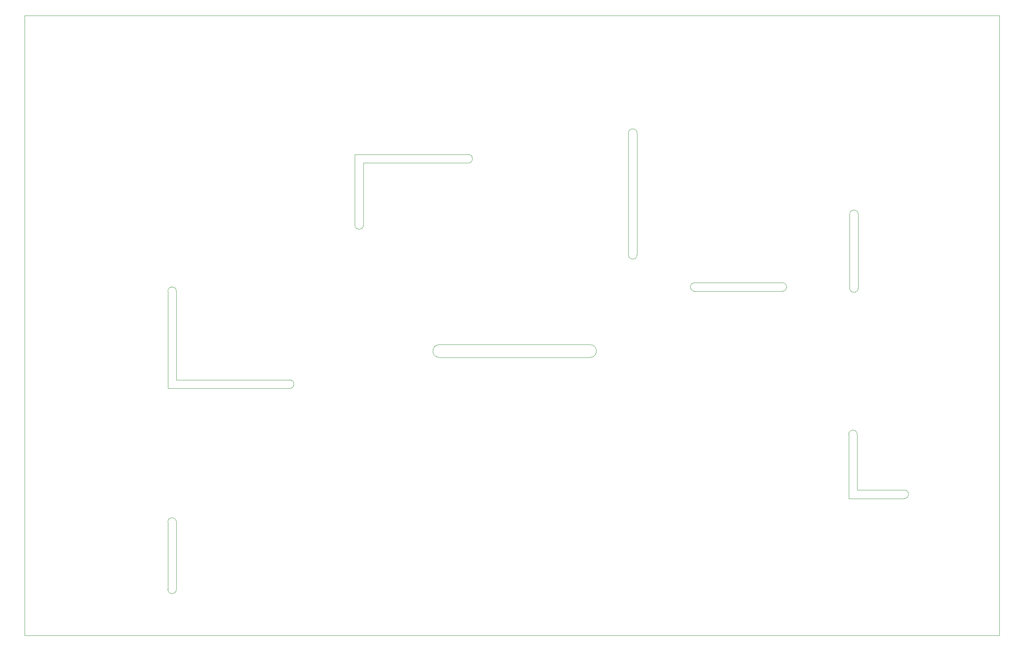
<source format=gbr>
%TF.GenerationSoftware,KiCad,Pcbnew,7.0.5*%
%TF.CreationDate,2023-06-14T16:30:10+07:00*%
%TF.ProjectId,Smart CB STM32 PCB,536d6172-7420-4434-9220-53544d333220,rev?*%
%TF.SameCoordinates,Original*%
%TF.FileFunction,Profile,NP*%
%FSLAX46Y46*%
G04 Gerber Fmt 4.6, Leading zero omitted, Abs format (unit mm)*
G04 Created by KiCad (PCBNEW 7.0.5) date 2023-06-14 16:30:10*
%MOMM*%
%LPD*%
G01*
G04 APERTURE LIST*
%TA.AperFunction,Profile*%
%ADD10C,0.100000*%
%TD*%
G04 APERTURE END LIST*
D10*
X75250000Y-151750000D02*
G75*
G03*
X77250000Y-151750000I1000000J0D01*
G01*
X236500000Y-115500000D02*
X236500000Y-128500000D01*
X145500000Y-52000000D02*
G75*
G03*
X145500000Y-50000000I0J1000000D01*
G01*
X41750000Y-17500000D02*
X269750000Y-17500000D01*
X269750000Y-162500000D01*
X41750000Y-162500000D01*
X41750000Y-17500000D01*
X121000000Y-66500000D02*
X121000000Y-55500000D01*
X236750000Y-64000000D02*
G75*
G03*
X234750000Y-64000000I-1000000J0D01*
G01*
X247500000Y-130500000D02*
G75*
G03*
X247500000Y-128500000I0J1000000D01*
G01*
X119000000Y-50000000D02*
X145500000Y-50000000D01*
X219000000Y-82000000D02*
G75*
G03*
X219000000Y-80000000I0J1000000D01*
G01*
X185000000Y-45000000D02*
G75*
G03*
X183000000Y-45000000I-1000000J0D01*
G01*
X185000000Y-45000000D02*
X185000000Y-73500000D01*
X236500000Y-128500000D02*
X247500000Y-128500000D01*
X122750000Y-52000000D02*
X121000000Y-52000000D01*
X234750000Y-81250000D02*
G75*
G03*
X236750000Y-81250000I1000000J0D01*
G01*
X77250000Y-102750000D02*
X77250000Y-101500000D01*
X75250000Y-104750000D02*
X103750000Y-104750000D01*
X198500000Y-80000000D02*
X219000000Y-80000000D01*
X103750000Y-104750000D02*
G75*
G03*
X103750000Y-102750000I0J1000000D01*
G01*
X183000000Y-45000000D02*
X183000000Y-73500000D01*
X75250000Y-101500000D02*
X75250000Y-104750000D01*
X122750000Y-52000000D02*
X145500000Y-52000000D01*
X119000000Y-50500000D02*
X119000000Y-50000000D01*
X119000000Y-66500000D02*
G75*
G03*
X121000000Y-66500000I1000000J0D01*
G01*
X174000000Y-94500000D02*
X138750000Y-94500000D01*
X138750000Y-97500000D02*
X174000000Y-97500000D01*
X75250000Y-82000000D02*
X75250000Y-101500000D01*
X119000000Y-66500000D02*
X119000000Y-50500000D01*
X121000000Y-52000000D02*
X121000000Y-52250000D01*
X138750000Y-94500000D02*
G75*
G03*
X138750000Y-97500000I0J-1500000D01*
G01*
X103750000Y-102750000D02*
X77250000Y-102750000D01*
X121000000Y-55500000D02*
X121000000Y-52250000D01*
X174000000Y-97500000D02*
G75*
G03*
X174000000Y-94500000I0J1500000D01*
G01*
X75250000Y-136000000D02*
X75250000Y-151750000D01*
X234750000Y-64000000D02*
X234750000Y-81250000D01*
X77250000Y-82000000D02*
G75*
G03*
X75250000Y-82000000I-1000000J0D01*
G01*
X236750000Y-64000000D02*
X236750000Y-81250000D01*
X77250000Y-82000000D02*
X77250000Y-101500000D01*
X234500000Y-115500000D02*
X234500000Y-130500000D01*
X77250000Y-136000000D02*
G75*
G03*
X75250000Y-136000000I-1000000J0D01*
G01*
X234500000Y-130500000D02*
X247500000Y-130500000D01*
X77250000Y-136000000D02*
X77250000Y-151750000D01*
X183000000Y-73500000D02*
G75*
G03*
X185000000Y-73500000I1000000J0D01*
G01*
X198500000Y-80000000D02*
G75*
G03*
X198500000Y-82000000I0J-1000000D01*
G01*
X198500000Y-82000000D02*
X219000000Y-82000000D01*
X236500000Y-115500000D02*
G75*
G03*
X234500000Y-115500000I-1000000J0D01*
G01*
M02*

</source>
